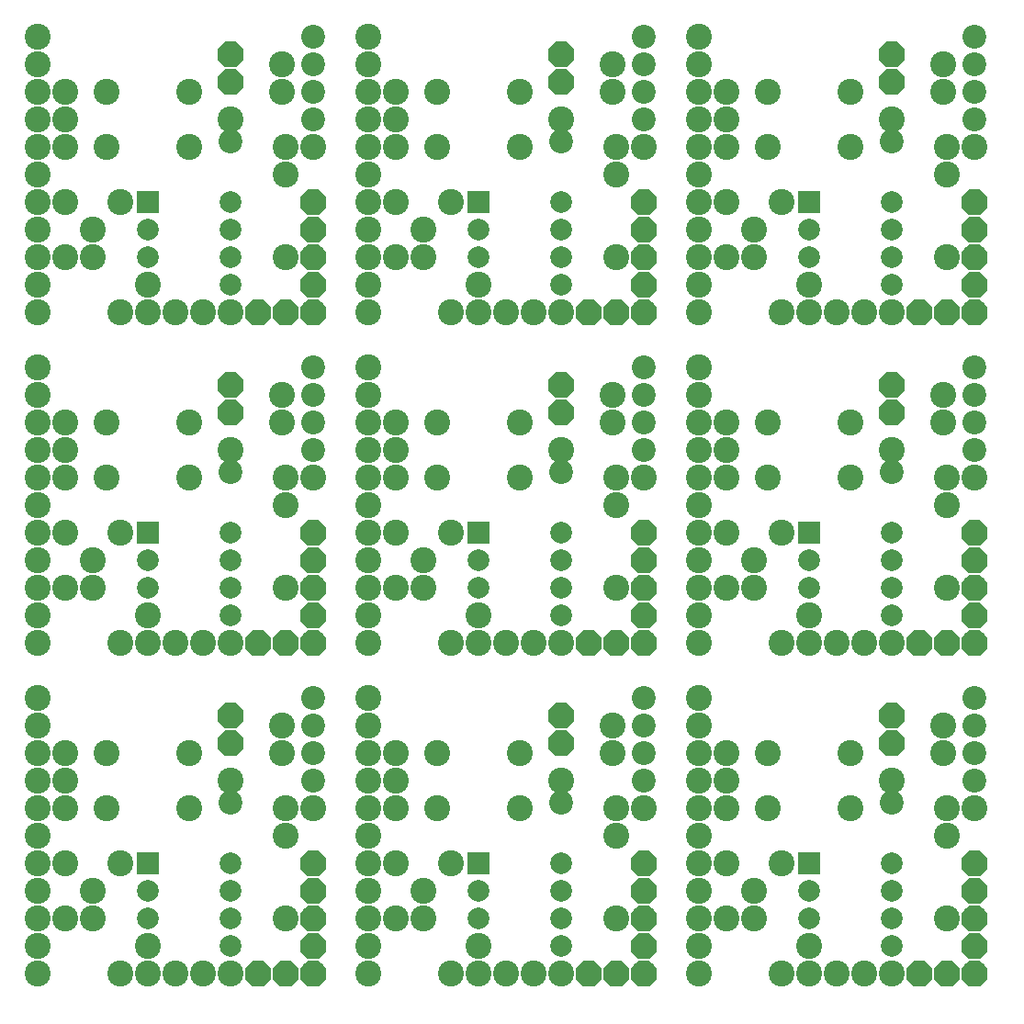
<source format=gbr>
%FSLAX34Y34*%
%MOMM*%
%LNSOLDERMASK_TOP*%
G71*
G01*
%ADD10C, 2.000*%
%ADD11C, 2.200*%
%ADD12C, 2.400*%
%ADD13C, 2.400*%
%LPD*%
G36*
X143350Y825975D02*
X143350Y805975D01*
X123350Y805975D01*
X123350Y825975D01*
X143350Y825975D01*
G37*
X133350Y790575D02*
G54D10*
D03*
X133350Y765175D02*
G54D10*
D03*
X133350Y739775D02*
G54D10*
D03*
X209550Y739775D02*
G54D10*
D03*
X209550Y765175D02*
G54D10*
D03*
X209550Y790575D02*
G54D10*
D03*
X209550Y815975D02*
G54D10*
D03*
X209550Y892175D02*
G54D11*
D03*
X209550Y872175D02*
G54D11*
D03*
X57150Y917575D02*
G54D12*
D03*
X57150Y892175D02*
G54D12*
D03*
X82550Y790575D02*
G54D12*
D03*
X107950Y815975D02*
G54D12*
D03*
X57150Y815975D02*
G54D12*
D03*
X95250Y866775D02*
G54D13*
D03*
X171450Y866775D02*
G54D13*
D03*
X95250Y917575D02*
G54D13*
D03*
X171450Y917575D02*
G54D13*
D03*
X31750Y714375D02*
G54D13*
D03*
X31750Y739775D02*
G54D13*
D03*
X31750Y815975D02*
G54D13*
D03*
X31750Y841375D02*
G54D13*
D03*
X31750Y892175D02*
G54D13*
D03*
X31750Y917575D02*
G54D13*
D03*
X31750Y942975D02*
G54D13*
D03*
X31750Y968375D02*
G54D13*
D03*
X184150Y714375D02*
G54D12*
D03*
X209550Y714375D02*
G54D12*
D03*
G36*
X222950Y719355D02*
X229970Y726375D01*
X239930Y726375D01*
X246950Y719355D01*
X246950Y709395D01*
X239930Y702375D01*
X229970Y702375D01*
X222950Y709395D01*
X222950Y719355D01*
G37*
G36*
X248350Y719355D02*
X255370Y726375D01*
X265330Y726375D01*
X272350Y719355D01*
X272350Y709395D01*
X265330Y702375D01*
X255370Y702375D01*
X248350Y709395D01*
X248350Y719355D01*
G37*
G36*
X273750Y719355D02*
X280770Y726375D01*
X290730Y726375D01*
X297750Y719355D01*
X297750Y709395D01*
X290730Y702375D01*
X280770Y702375D01*
X273750Y709395D01*
X273750Y719355D01*
G37*
G36*
X273750Y744755D02*
X280770Y751775D01*
X290730Y751775D01*
X297750Y744755D01*
X297750Y734795D01*
X290730Y727775D01*
X280770Y727775D01*
X273750Y734795D01*
X273750Y744755D01*
G37*
G36*
X273750Y770155D02*
X280770Y777175D01*
X290730Y777175D01*
X297750Y770155D01*
X297750Y760195D01*
X290730Y753175D01*
X280770Y753175D01*
X273750Y760195D01*
X273750Y770155D01*
G37*
G36*
X273750Y795555D02*
X280770Y802575D01*
X290730Y802575D01*
X297750Y795555D01*
X297750Y785595D01*
X290730Y778575D01*
X280770Y778575D01*
X273750Y785595D01*
X273750Y795555D01*
G37*
G36*
X273750Y820955D02*
X280770Y827975D01*
X290730Y827975D01*
X297750Y820955D01*
X297750Y810995D01*
X290730Y803975D01*
X280770Y803975D01*
X273750Y810995D01*
X273750Y820955D01*
G37*
X57150Y866775D02*
G54D12*
D03*
X31750Y866775D02*
G54D12*
D03*
X260350Y841375D02*
G54D12*
D03*
X260350Y765175D02*
G54D12*
D03*
X31750Y765175D02*
G54D13*
D03*
X31750Y714375D02*
G54D13*
D03*
X31750Y815975D02*
G54D13*
D03*
X31750Y917575D02*
G54D13*
D03*
X95250Y917575D02*
G54D13*
D03*
X171450Y917575D02*
G54D13*
D03*
X107950Y815975D02*
G54D13*
D03*
X57150Y917575D02*
G54D13*
D03*
X133350Y739775D02*
G54D13*
D03*
X285750Y714375D02*
G54D13*
D03*
X285750Y765175D02*
G54D13*
D03*
X209550Y892175D02*
G54D13*
D03*
X57150Y765175D02*
G54D12*
D03*
X82550Y765175D02*
G54D12*
D03*
X31750Y790575D02*
G54D13*
D03*
X133350Y714375D02*
G54D13*
D03*
X158750Y714375D02*
G54D13*
D03*
X107950Y714375D02*
G54D13*
D03*
G36*
X214530Y939100D02*
X221550Y932080D01*
X221550Y922120D01*
X214530Y915100D01*
X204570Y915100D01*
X197550Y922120D01*
X197550Y932080D01*
X204570Y939100D01*
X214530Y939100D01*
G37*
G36*
X214530Y964500D02*
X221550Y957480D01*
X221550Y947520D01*
X214530Y940500D01*
X204570Y940500D01*
X197550Y947520D01*
X197550Y957480D01*
X204570Y964500D01*
X214530Y964500D01*
G37*
X285750Y917575D02*
G54D11*
D03*
X285750Y892175D02*
G54D11*
D03*
X285750Y968375D02*
G54D11*
D03*
X285750Y942975D02*
G54D11*
D03*
X285750Y968375D02*
G54D11*
D03*
X257175Y917575D02*
G54D12*
D03*
X257175Y942975D02*
G54D12*
D03*
X285750Y917575D02*
G54D11*
D03*
X260350Y866775D02*
G54D12*
D03*
X285750Y866775D02*
G54D12*
D03*
G36*
X448150Y825975D02*
X448150Y805975D01*
X428150Y805975D01*
X428150Y825975D01*
X448150Y825975D01*
G37*
X438150Y790575D02*
G54D10*
D03*
X438150Y765175D02*
G54D10*
D03*
X438150Y739775D02*
G54D10*
D03*
X514350Y739775D02*
G54D10*
D03*
X514350Y765175D02*
G54D10*
D03*
X514350Y790575D02*
G54D10*
D03*
X514350Y815975D02*
G54D10*
D03*
X514350Y892175D02*
G54D11*
D03*
X514350Y872175D02*
G54D11*
D03*
X361950Y917575D02*
G54D12*
D03*
X361950Y892175D02*
G54D12*
D03*
X387350Y790575D02*
G54D12*
D03*
X412750Y815975D02*
G54D12*
D03*
X361950Y815975D02*
G54D12*
D03*
X400050Y866775D02*
G54D13*
D03*
X476250Y866775D02*
G54D13*
D03*
X400050Y917575D02*
G54D13*
D03*
X476250Y917575D02*
G54D13*
D03*
X336550Y714375D02*
G54D13*
D03*
X336550Y739775D02*
G54D13*
D03*
X336550Y815975D02*
G54D13*
D03*
X336550Y841375D02*
G54D13*
D03*
X336550Y892175D02*
G54D13*
D03*
X336550Y917575D02*
G54D13*
D03*
X336550Y942975D02*
G54D13*
D03*
X336550Y968375D02*
G54D13*
D03*
X488950Y714375D02*
G54D12*
D03*
X514350Y714375D02*
G54D12*
D03*
G36*
X527750Y719355D02*
X534770Y726375D01*
X544730Y726375D01*
X551750Y719355D01*
X551750Y709395D01*
X544730Y702375D01*
X534770Y702375D01*
X527750Y709395D01*
X527750Y719355D01*
G37*
G36*
X553150Y719355D02*
X560170Y726375D01*
X570130Y726375D01*
X577150Y719355D01*
X577150Y709395D01*
X570130Y702375D01*
X560170Y702375D01*
X553150Y709395D01*
X553150Y719355D01*
G37*
G36*
X578550Y719355D02*
X585570Y726375D01*
X595530Y726375D01*
X602550Y719355D01*
X602550Y709395D01*
X595530Y702375D01*
X585570Y702375D01*
X578550Y709395D01*
X578550Y719355D01*
G37*
G36*
X578550Y744755D02*
X585570Y751775D01*
X595530Y751775D01*
X602550Y744755D01*
X602550Y734795D01*
X595530Y727775D01*
X585570Y727775D01*
X578550Y734795D01*
X578550Y744755D01*
G37*
G36*
X578550Y770155D02*
X585570Y777175D01*
X595530Y777175D01*
X602550Y770155D01*
X602550Y760195D01*
X595530Y753175D01*
X585570Y753175D01*
X578550Y760195D01*
X578550Y770155D01*
G37*
G36*
X578550Y795555D02*
X585570Y802575D01*
X595530Y802575D01*
X602550Y795555D01*
X602550Y785595D01*
X595530Y778575D01*
X585570Y778575D01*
X578550Y785595D01*
X578550Y795555D01*
G37*
G36*
X578550Y820955D02*
X585570Y827975D01*
X595530Y827975D01*
X602550Y820955D01*
X602550Y810995D01*
X595530Y803975D01*
X585570Y803975D01*
X578550Y810995D01*
X578550Y820955D01*
G37*
X361950Y866775D02*
G54D12*
D03*
X336550Y866775D02*
G54D12*
D03*
X565150Y841375D02*
G54D12*
D03*
X565150Y765175D02*
G54D12*
D03*
X336550Y765175D02*
G54D13*
D03*
X336550Y714375D02*
G54D13*
D03*
X336550Y815975D02*
G54D13*
D03*
X336550Y917575D02*
G54D13*
D03*
X400050Y917575D02*
G54D13*
D03*
X476250Y917575D02*
G54D13*
D03*
X412750Y815975D02*
G54D13*
D03*
X361950Y917575D02*
G54D13*
D03*
X438150Y739775D02*
G54D13*
D03*
X590550Y714375D02*
G54D13*
D03*
X590550Y765175D02*
G54D13*
D03*
X514350Y892175D02*
G54D13*
D03*
X361950Y765175D02*
G54D12*
D03*
X387350Y765175D02*
G54D12*
D03*
X336550Y790575D02*
G54D13*
D03*
X438150Y714375D02*
G54D13*
D03*
X463550Y714375D02*
G54D13*
D03*
X412750Y714375D02*
G54D13*
D03*
G36*
X519330Y939100D02*
X526350Y932080D01*
X526350Y922120D01*
X519330Y915100D01*
X509370Y915100D01*
X502350Y922120D01*
X502350Y932080D01*
X509370Y939100D01*
X519330Y939100D01*
G37*
G36*
X519330Y964500D02*
X526350Y957480D01*
X526350Y947520D01*
X519330Y940500D01*
X509370Y940500D01*
X502350Y947520D01*
X502350Y957480D01*
X509370Y964500D01*
X519330Y964500D01*
G37*
X590550Y917575D02*
G54D11*
D03*
X590550Y892175D02*
G54D11*
D03*
X590550Y968375D02*
G54D11*
D03*
X590550Y942975D02*
G54D11*
D03*
X590550Y968375D02*
G54D11*
D03*
X561975Y917575D02*
G54D12*
D03*
X561975Y942975D02*
G54D12*
D03*
X590550Y917575D02*
G54D11*
D03*
X565150Y866775D02*
G54D12*
D03*
X590550Y866775D02*
G54D12*
D03*
G36*
X752950Y825975D02*
X752950Y805975D01*
X732950Y805975D01*
X732950Y825975D01*
X752950Y825975D01*
G37*
X742950Y790575D02*
G54D10*
D03*
X742950Y765175D02*
G54D10*
D03*
X742950Y739775D02*
G54D10*
D03*
X819150Y739775D02*
G54D10*
D03*
X819150Y765175D02*
G54D10*
D03*
X819150Y790575D02*
G54D10*
D03*
X819150Y815975D02*
G54D10*
D03*
X819150Y892175D02*
G54D11*
D03*
X819150Y872175D02*
G54D11*
D03*
X666750Y917575D02*
G54D12*
D03*
X666750Y892175D02*
G54D12*
D03*
X692150Y790575D02*
G54D12*
D03*
X717550Y815975D02*
G54D12*
D03*
X666750Y815975D02*
G54D12*
D03*
X704850Y866775D02*
G54D13*
D03*
X781050Y866775D02*
G54D13*
D03*
X704850Y917575D02*
G54D13*
D03*
X781050Y917575D02*
G54D13*
D03*
X641350Y714375D02*
G54D13*
D03*
X641350Y739775D02*
G54D13*
D03*
X641350Y815975D02*
G54D13*
D03*
X641350Y841375D02*
G54D13*
D03*
X641350Y892175D02*
G54D13*
D03*
X641350Y917575D02*
G54D13*
D03*
X641350Y942975D02*
G54D13*
D03*
X641350Y968375D02*
G54D13*
D03*
X793750Y714375D02*
G54D12*
D03*
X819150Y714375D02*
G54D12*
D03*
G36*
X832550Y719355D02*
X839570Y726375D01*
X849530Y726375D01*
X856550Y719355D01*
X856550Y709395D01*
X849530Y702375D01*
X839570Y702375D01*
X832550Y709395D01*
X832550Y719355D01*
G37*
G36*
X857950Y719355D02*
X864970Y726375D01*
X874930Y726375D01*
X881950Y719355D01*
X881950Y709395D01*
X874930Y702375D01*
X864970Y702375D01*
X857950Y709395D01*
X857950Y719355D01*
G37*
G36*
X883350Y719355D02*
X890370Y726375D01*
X900330Y726375D01*
X907350Y719355D01*
X907350Y709395D01*
X900330Y702375D01*
X890370Y702375D01*
X883350Y709395D01*
X883350Y719355D01*
G37*
G36*
X883350Y744755D02*
X890370Y751775D01*
X900330Y751775D01*
X907350Y744755D01*
X907350Y734795D01*
X900330Y727775D01*
X890370Y727775D01*
X883350Y734795D01*
X883350Y744755D01*
G37*
G36*
X883350Y770155D02*
X890370Y777175D01*
X900330Y777175D01*
X907350Y770155D01*
X907350Y760195D01*
X900330Y753175D01*
X890370Y753175D01*
X883350Y760195D01*
X883350Y770155D01*
G37*
G36*
X883350Y795555D02*
X890370Y802575D01*
X900330Y802575D01*
X907350Y795555D01*
X907350Y785595D01*
X900330Y778575D01*
X890370Y778575D01*
X883350Y785595D01*
X883350Y795555D01*
G37*
G36*
X883350Y820955D02*
X890370Y827975D01*
X900330Y827975D01*
X907350Y820955D01*
X907350Y810995D01*
X900330Y803975D01*
X890370Y803975D01*
X883350Y810995D01*
X883350Y820955D01*
G37*
X666750Y866775D02*
G54D12*
D03*
X641350Y866775D02*
G54D12*
D03*
X869950Y841375D02*
G54D12*
D03*
X869950Y765175D02*
G54D12*
D03*
X641350Y765175D02*
G54D13*
D03*
X641350Y714375D02*
G54D13*
D03*
X641350Y815975D02*
G54D13*
D03*
X641350Y917575D02*
G54D13*
D03*
X704850Y917575D02*
G54D13*
D03*
X781050Y917575D02*
G54D13*
D03*
X717550Y815975D02*
G54D13*
D03*
X666750Y917575D02*
G54D13*
D03*
X742950Y739775D02*
G54D13*
D03*
X895350Y714375D02*
G54D13*
D03*
X895350Y765175D02*
G54D13*
D03*
X819150Y892175D02*
G54D13*
D03*
X666750Y765175D02*
G54D12*
D03*
X692150Y765175D02*
G54D12*
D03*
X641350Y790575D02*
G54D13*
D03*
X742950Y714375D02*
G54D13*
D03*
X768350Y714375D02*
G54D13*
D03*
X717550Y714375D02*
G54D13*
D03*
G36*
X824130Y939100D02*
X831150Y932080D01*
X831150Y922120D01*
X824130Y915100D01*
X814170Y915100D01*
X807150Y922120D01*
X807150Y932080D01*
X814170Y939100D01*
X824130Y939100D01*
G37*
G36*
X824130Y964500D02*
X831150Y957480D01*
X831150Y947520D01*
X824130Y940500D01*
X814170Y940500D01*
X807150Y947520D01*
X807150Y957480D01*
X814170Y964500D01*
X824130Y964500D01*
G37*
X895350Y917575D02*
G54D11*
D03*
X895350Y892175D02*
G54D11*
D03*
X895350Y968375D02*
G54D11*
D03*
X895350Y942975D02*
G54D11*
D03*
X895350Y968375D02*
G54D11*
D03*
X866775Y917575D02*
G54D12*
D03*
X866775Y942975D02*
G54D12*
D03*
X895350Y917575D02*
G54D11*
D03*
X869950Y866775D02*
G54D12*
D03*
X895350Y866775D02*
G54D12*
D03*
G36*
X143350Y521175D02*
X143350Y501175D01*
X123350Y501175D01*
X123350Y521175D01*
X143350Y521175D01*
G37*
X133350Y485775D02*
G54D10*
D03*
X133350Y460375D02*
G54D10*
D03*
X133350Y434975D02*
G54D10*
D03*
X209550Y434975D02*
G54D10*
D03*
X209550Y460375D02*
G54D10*
D03*
X209550Y485775D02*
G54D10*
D03*
X209550Y511175D02*
G54D10*
D03*
X209550Y587375D02*
G54D11*
D03*
X209550Y567375D02*
G54D11*
D03*
X57150Y612775D02*
G54D12*
D03*
X57150Y587375D02*
G54D12*
D03*
X82550Y485775D02*
G54D12*
D03*
X107950Y511175D02*
G54D12*
D03*
X57150Y511175D02*
G54D12*
D03*
X95250Y561975D02*
G54D13*
D03*
X171450Y561975D02*
G54D13*
D03*
X95250Y612775D02*
G54D13*
D03*
X171450Y612775D02*
G54D13*
D03*
X31750Y409575D02*
G54D13*
D03*
X31750Y434975D02*
G54D13*
D03*
X31750Y511175D02*
G54D13*
D03*
X31750Y536575D02*
G54D13*
D03*
X31750Y587375D02*
G54D13*
D03*
X31750Y612775D02*
G54D13*
D03*
X31750Y638175D02*
G54D13*
D03*
X31750Y663575D02*
G54D13*
D03*
X184150Y409575D02*
G54D12*
D03*
X209550Y409575D02*
G54D12*
D03*
G36*
X222950Y414555D02*
X229970Y421575D01*
X239930Y421575D01*
X246950Y414555D01*
X246950Y404595D01*
X239930Y397575D01*
X229970Y397575D01*
X222950Y404595D01*
X222950Y414555D01*
G37*
G36*
X248350Y414555D02*
X255370Y421575D01*
X265330Y421575D01*
X272350Y414555D01*
X272350Y404595D01*
X265330Y397575D01*
X255370Y397575D01*
X248350Y404595D01*
X248350Y414555D01*
G37*
G36*
X273750Y414555D02*
X280770Y421575D01*
X290730Y421575D01*
X297750Y414555D01*
X297750Y404595D01*
X290730Y397575D01*
X280770Y397575D01*
X273750Y404595D01*
X273750Y414555D01*
G37*
G36*
X273750Y439955D02*
X280770Y446975D01*
X290730Y446975D01*
X297750Y439955D01*
X297750Y429995D01*
X290730Y422975D01*
X280770Y422975D01*
X273750Y429995D01*
X273750Y439955D01*
G37*
G36*
X273750Y465355D02*
X280770Y472375D01*
X290730Y472375D01*
X297750Y465355D01*
X297750Y455395D01*
X290730Y448375D01*
X280770Y448375D01*
X273750Y455395D01*
X273750Y465355D01*
G37*
G36*
X273750Y490755D02*
X280770Y497775D01*
X290730Y497775D01*
X297750Y490755D01*
X297750Y480795D01*
X290730Y473775D01*
X280770Y473775D01*
X273750Y480795D01*
X273750Y490755D01*
G37*
G36*
X273750Y516155D02*
X280770Y523175D01*
X290730Y523175D01*
X297750Y516155D01*
X297750Y506195D01*
X290730Y499175D01*
X280770Y499175D01*
X273750Y506195D01*
X273750Y516155D01*
G37*
X57150Y561975D02*
G54D12*
D03*
X31750Y561975D02*
G54D12*
D03*
X260350Y536575D02*
G54D12*
D03*
X260350Y460375D02*
G54D12*
D03*
X31750Y460375D02*
G54D13*
D03*
X31750Y409575D02*
G54D13*
D03*
X31750Y511175D02*
G54D13*
D03*
X31750Y612775D02*
G54D13*
D03*
X95250Y612775D02*
G54D13*
D03*
X171450Y612775D02*
G54D13*
D03*
X107950Y511175D02*
G54D13*
D03*
X57150Y612775D02*
G54D13*
D03*
X133350Y434975D02*
G54D13*
D03*
X285750Y409575D02*
G54D13*
D03*
X285750Y460375D02*
G54D13*
D03*
X209550Y587375D02*
G54D13*
D03*
X57150Y460375D02*
G54D12*
D03*
X82550Y460375D02*
G54D12*
D03*
X31750Y485775D02*
G54D13*
D03*
X133350Y409575D02*
G54D13*
D03*
X158750Y409575D02*
G54D13*
D03*
X107950Y409575D02*
G54D13*
D03*
G36*
X214530Y634300D02*
X221550Y627280D01*
X221550Y617320D01*
X214530Y610300D01*
X204570Y610300D01*
X197550Y617320D01*
X197550Y627280D01*
X204570Y634300D01*
X214530Y634300D01*
G37*
G36*
X214530Y659700D02*
X221550Y652680D01*
X221550Y642720D01*
X214530Y635700D01*
X204570Y635700D01*
X197550Y642720D01*
X197550Y652680D01*
X204570Y659700D01*
X214530Y659700D01*
G37*
X285750Y612775D02*
G54D11*
D03*
X285750Y587375D02*
G54D11*
D03*
X285750Y663575D02*
G54D11*
D03*
X285750Y638175D02*
G54D11*
D03*
X285750Y663575D02*
G54D11*
D03*
X257175Y612775D02*
G54D12*
D03*
X257175Y638175D02*
G54D12*
D03*
X285750Y612775D02*
G54D11*
D03*
X260350Y561975D02*
G54D12*
D03*
X285750Y561975D02*
G54D12*
D03*
G36*
X448150Y521175D02*
X448150Y501175D01*
X428150Y501175D01*
X428150Y521175D01*
X448150Y521175D01*
G37*
X438150Y485775D02*
G54D10*
D03*
X438150Y460375D02*
G54D10*
D03*
X438150Y434975D02*
G54D10*
D03*
X514350Y434975D02*
G54D10*
D03*
X514350Y460375D02*
G54D10*
D03*
X514350Y485775D02*
G54D10*
D03*
X514350Y511175D02*
G54D10*
D03*
X514350Y587375D02*
G54D11*
D03*
X514350Y567375D02*
G54D11*
D03*
X361950Y612775D02*
G54D12*
D03*
X361950Y587375D02*
G54D12*
D03*
X387350Y485775D02*
G54D12*
D03*
X412750Y511175D02*
G54D12*
D03*
X361950Y511175D02*
G54D12*
D03*
X400050Y561975D02*
G54D13*
D03*
X476250Y561975D02*
G54D13*
D03*
X400050Y612775D02*
G54D13*
D03*
X476250Y612775D02*
G54D13*
D03*
X336550Y409575D02*
G54D13*
D03*
X336550Y434975D02*
G54D13*
D03*
X336550Y511175D02*
G54D13*
D03*
X336550Y536575D02*
G54D13*
D03*
X336550Y587375D02*
G54D13*
D03*
X336550Y612775D02*
G54D13*
D03*
X336550Y638175D02*
G54D13*
D03*
X336550Y663575D02*
G54D13*
D03*
X488950Y409575D02*
G54D12*
D03*
X514350Y409575D02*
G54D12*
D03*
G36*
X527750Y414555D02*
X534770Y421575D01*
X544730Y421575D01*
X551750Y414555D01*
X551750Y404595D01*
X544730Y397575D01*
X534770Y397575D01*
X527750Y404595D01*
X527750Y414555D01*
G37*
G36*
X553150Y414555D02*
X560170Y421575D01*
X570130Y421575D01*
X577150Y414555D01*
X577150Y404595D01*
X570130Y397575D01*
X560170Y397575D01*
X553150Y404595D01*
X553150Y414555D01*
G37*
G36*
X578550Y414555D02*
X585570Y421575D01*
X595530Y421575D01*
X602550Y414555D01*
X602550Y404595D01*
X595530Y397575D01*
X585570Y397575D01*
X578550Y404595D01*
X578550Y414555D01*
G37*
G36*
X578550Y439955D02*
X585570Y446975D01*
X595530Y446975D01*
X602550Y439955D01*
X602550Y429995D01*
X595530Y422975D01*
X585570Y422975D01*
X578550Y429995D01*
X578550Y439955D01*
G37*
G36*
X578550Y465355D02*
X585570Y472375D01*
X595530Y472375D01*
X602550Y465355D01*
X602550Y455395D01*
X595530Y448375D01*
X585570Y448375D01*
X578550Y455395D01*
X578550Y465355D01*
G37*
G36*
X578550Y490755D02*
X585570Y497775D01*
X595530Y497775D01*
X602550Y490755D01*
X602550Y480795D01*
X595530Y473775D01*
X585570Y473775D01*
X578550Y480795D01*
X578550Y490755D01*
G37*
G36*
X578550Y516155D02*
X585570Y523175D01*
X595530Y523175D01*
X602550Y516155D01*
X602550Y506195D01*
X595530Y499175D01*
X585570Y499175D01*
X578550Y506195D01*
X578550Y516155D01*
G37*
X361950Y561975D02*
G54D12*
D03*
X336550Y561975D02*
G54D12*
D03*
X565150Y536575D02*
G54D12*
D03*
X565150Y460375D02*
G54D12*
D03*
X336550Y460375D02*
G54D13*
D03*
X336550Y409575D02*
G54D13*
D03*
X336550Y511175D02*
G54D13*
D03*
X336550Y612775D02*
G54D13*
D03*
X400050Y612775D02*
G54D13*
D03*
X476250Y612775D02*
G54D13*
D03*
X412750Y511175D02*
G54D13*
D03*
X361950Y612775D02*
G54D13*
D03*
X438150Y434975D02*
G54D13*
D03*
X590550Y409575D02*
G54D13*
D03*
X590550Y460375D02*
G54D13*
D03*
X514350Y587375D02*
G54D13*
D03*
X361950Y460375D02*
G54D12*
D03*
X387350Y460375D02*
G54D12*
D03*
X336550Y485775D02*
G54D13*
D03*
X438150Y409575D02*
G54D13*
D03*
X463550Y409575D02*
G54D13*
D03*
X412750Y409575D02*
G54D13*
D03*
G36*
X519330Y634300D02*
X526350Y627280D01*
X526350Y617320D01*
X519330Y610300D01*
X509370Y610300D01*
X502350Y617320D01*
X502350Y627280D01*
X509370Y634300D01*
X519330Y634300D01*
G37*
G36*
X519330Y659700D02*
X526350Y652680D01*
X526350Y642720D01*
X519330Y635700D01*
X509370Y635700D01*
X502350Y642720D01*
X502350Y652680D01*
X509370Y659700D01*
X519330Y659700D01*
G37*
X590550Y612775D02*
G54D11*
D03*
X590550Y587375D02*
G54D11*
D03*
X590550Y663575D02*
G54D11*
D03*
X590550Y638175D02*
G54D11*
D03*
X590550Y663575D02*
G54D11*
D03*
X561975Y612775D02*
G54D12*
D03*
X561975Y638175D02*
G54D12*
D03*
X590550Y612775D02*
G54D11*
D03*
X565150Y561975D02*
G54D12*
D03*
X590550Y561975D02*
G54D12*
D03*
G36*
X752950Y521175D02*
X752950Y501175D01*
X732950Y501175D01*
X732950Y521175D01*
X752950Y521175D01*
G37*
X742950Y485775D02*
G54D10*
D03*
X742950Y460375D02*
G54D10*
D03*
X742950Y434975D02*
G54D10*
D03*
X819150Y434975D02*
G54D10*
D03*
X819150Y460375D02*
G54D10*
D03*
X819150Y485775D02*
G54D10*
D03*
X819150Y511175D02*
G54D10*
D03*
X819150Y587375D02*
G54D11*
D03*
X819150Y567375D02*
G54D11*
D03*
X666750Y612775D02*
G54D12*
D03*
X666750Y587375D02*
G54D12*
D03*
X692150Y485775D02*
G54D12*
D03*
X717550Y511175D02*
G54D12*
D03*
X666750Y511175D02*
G54D12*
D03*
X704850Y561975D02*
G54D13*
D03*
X781050Y561975D02*
G54D13*
D03*
X704850Y612775D02*
G54D13*
D03*
X781050Y612775D02*
G54D13*
D03*
X641350Y409575D02*
G54D13*
D03*
X641350Y434975D02*
G54D13*
D03*
X641350Y511175D02*
G54D13*
D03*
X641350Y536575D02*
G54D13*
D03*
X641350Y587375D02*
G54D13*
D03*
X641350Y612775D02*
G54D13*
D03*
X641350Y638175D02*
G54D13*
D03*
X641350Y663575D02*
G54D13*
D03*
X793750Y409575D02*
G54D12*
D03*
X819150Y409575D02*
G54D12*
D03*
G36*
X832550Y414555D02*
X839570Y421575D01*
X849530Y421575D01*
X856550Y414555D01*
X856550Y404595D01*
X849530Y397575D01*
X839570Y397575D01*
X832550Y404595D01*
X832550Y414555D01*
G37*
G36*
X857950Y414555D02*
X864970Y421575D01*
X874930Y421575D01*
X881950Y414555D01*
X881950Y404595D01*
X874930Y397575D01*
X864970Y397575D01*
X857950Y404595D01*
X857950Y414555D01*
G37*
G36*
X883350Y414555D02*
X890370Y421575D01*
X900330Y421575D01*
X907350Y414555D01*
X907350Y404595D01*
X900330Y397575D01*
X890370Y397575D01*
X883350Y404595D01*
X883350Y414555D01*
G37*
G36*
X883350Y439955D02*
X890370Y446975D01*
X900330Y446975D01*
X907350Y439955D01*
X907350Y429995D01*
X900330Y422975D01*
X890370Y422975D01*
X883350Y429995D01*
X883350Y439955D01*
G37*
G36*
X883350Y465355D02*
X890370Y472375D01*
X900330Y472375D01*
X907350Y465355D01*
X907350Y455395D01*
X900330Y448375D01*
X890370Y448375D01*
X883350Y455395D01*
X883350Y465355D01*
G37*
G36*
X883350Y490755D02*
X890370Y497775D01*
X900330Y497775D01*
X907350Y490755D01*
X907350Y480795D01*
X900330Y473775D01*
X890370Y473775D01*
X883350Y480795D01*
X883350Y490755D01*
G37*
G36*
X883350Y516155D02*
X890370Y523175D01*
X900330Y523175D01*
X907350Y516155D01*
X907350Y506195D01*
X900330Y499175D01*
X890370Y499175D01*
X883350Y506195D01*
X883350Y516155D01*
G37*
X666750Y561975D02*
G54D12*
D03*
X641350Y561975D02*
G54D12*
D03*
X869950Y536575D02*
G54D12*
D03*
X869950Y460375D02*
G54D12*
D03*
X641350Y460375D02*
G54D13*
D03*
X641350Y409575D02*
G54D13*
D03*
X641350Y511175D02*
G54D13*
D03*
X641350Y612775D02*
G54D13*
D03*
X704850Y612775D02*
G54D13*
D03*
X781050Y612775D02*
G54D13*
D03*
X717550Y511175D02*
G54D13*
D03*
X666750Y612775D02*
G54D13*
D03*
X742950Y434975D02*
G54D13*
D03*
X895350Y409575D02*
G54D13*
D03*
X895350Y460375D02*
G54D13*
D03*
X819150Y587375D02*
G54D13*
D03*
X666750Y460375D02*
G54D12*
D03*
X692150Y460375D02*
G54D12*
D03*
X641350Y485775D02*
G54D13*
D03*
X742950Y409575D02*
G54D13*
D03*
X768350Y409575D02*
G54D13*
D03*
X717550Y409575D02*
G54D13*
D03*
G36*
X824130Y634300D02*
X831150Y627280D01*
X831150Y617320D01*
X824130Y610300D01*
X814170Y610300D01*
X807150Y617320D01*
X807150Y627280D01*
X814170Y634300D01*
X824130Y634300D01*
G37*
G36*
X824130Y659700D02*
X831150Y652680D01*
X831150Y642720D01*
X824130Y635700D01*
X814170Y635700D01*
X807150Y642720D01*
X807150Y652680D01*
X814170Y659700D01*
X824130Y659700D01*
G37*
X895350Y612775D02*
G54D11*
D03*
X895350Y587375D02*
G54D11*
D03*
X895350Y663575D02*
G54D11*
D03*
X895350Y638175D02*
G54D11*
D03*
X895350Y663575D02*
G54D11*
D03*
X866775Y612775D02*
G54D12*
D03*
X866775Y638175D02*
G54D12*
D03*
X895350Y612775D02*
G54D11*
D03*
X869950Y561975D02*
G54D12*
D03*
X895350Y561975D02*
G54D12*
D03*
G36*
X143350Y216375D02*
X143350Y196375D01*
X123350Y196375D01*
X123350Y216375D01*
X143350Y216375D01*
G37*
X133350Y180975D02*
G54D10*
D03*
X133350Y155575D02*
G54D10*
D03*
X133350Y130175D02*
G54D10*
D03*
X209550Y130175D02*
G54D10*
D03*
X209550Y155575D02*
G54D10*
D03*
X209550Y180975D02*
G54D10*
D03*
X209550Y206375D02*
G54D10*
D03*
X209550Y282575D02*
G54D11*
D03*
X209550Y262575D02*
G54D11*
D03*
X57150Y307975D02*
G54D12*
D03*
X57150Y282575D02*
G54D12*
D03*
X82550Y180975D02*
G54D12*
D03*
X107950Y206375D02*
G54D12*
D03*
X57150Y206375D02*
G54D12*
D03*
X95250Y257175D02*
G54D13*
D03*
X171450Y257175D02*
G54D13*
D03*
X95250Y307975D02*
G54D13*
D03*
X171450Y307975D02*
G54D13*
D03*
X31750Y104775D02*
G54D13*
D03*
X31750Y130175D02*
G54D13*
D03*
X31750Y206375D02*
G54D13*
D03*
X31750Y231775D02*
G54D13*
D03*
X31750Y282575D02*
G54D13*
D03*
X31750Y307975D02*
G54D13*
D03*
X31750Y333375D02*
G54D13*
D03*
X31750Y358775D02*
G54D13*
D03*
X184150Y104775D02*
G54D12*
D03*
X209550Y104775D02*
G54D12*
D03*
G36*
X222950Y109755D02*
X229970Y116775D01*
X239930Y116775D01*
X246950Y109755D01*
X246950Y99795D01*
X239930Y92775D01*
X229970Y92775D01*
X222950Y99795D01*
X222950Y109755D01*
G37*
G36*
X248350Y109755D02*
X255370Y116775D01*
X265330Y116775D01*
X272350Y109755D01*
X272350Y99795D01*
X265330Y92775D01*
X255370Y92775D01*
X248350Y99795D01*
X248350Y109755D01*
G37*
G36*
X273750Y109755D02*
X280770Y116775D01*
X290730Y116775D01*
X297750Y109755D01*
X297750Y99795D01*
X290730Y92775D01*
X280770Y92775D01*
X273750Y99795D01*
X273750Y109755D01*
G37*
G36*
X273750Y135155D02*
X280770Y142175D01*
X290730Y142175D01*
X297750Y135155D01*
X297750Y125195D01*
X290730Y118175D01*
X280770Y118175D01*
X273750Y125195D01*
X273750Y135155D01*
G37*
G36*
X273750Y160555D02*
X280770Y167575D01*
X290730Y167575D01*
X297750Y160555D01*
X297750Y150595D01*
X290730Y143575D01*
X280770Y143575D01*
X273750Y150595D01*
X273750Y160555D01*
G37*
G36*
X273750Y185955D02*
X280770Y192975D01*
X290730Y192975D01*
X297750Y185955D01*
X297750Y175995D01*
X290730Y168975D01*
X280770Y168975D01*
X273750Y175995D01*
X273750Y185955D01*
G37*
G36*
X273750Y211355D02*
X280770Y218375D01*
X290730Y218375D01*
X297750Y211355D01*
X297750Y201395D01*
X290730Y194375D01*
X280770Y194375D01*
X273750Y201395D01*
X273750Y211355D01*
G37*
X57150Y257175D02*
G54D12*
D03*
X31750Y257175D02*
G54D12*
D03*
X260350Y231775D02*
G54D12*
D03*
X260350Y155575D02*
G54D12*
D03*
X31750Y155575D02*
G54D13*
D03*
X31750Y104775D02*
G54D13*
D03*
X31750Y206375D02*
G54D13*
D03*
X31750Y307975D02*
G54D13*
D03*
X95250Y307975D02*
G54D13*
D03*
X171450Y307975D02*
G54D13*
D03*
X107950Y206375D02*
G54D13*
D03*
X57150Y307975D02*
G54D13*
D03*
X133350Y130175D02*
G54D13*
D03*
X285750Y104775D02*
G54D13*
D03*
X285750Y155575D02*
G54D13*
D03*
X209550Y282575D02*
G54D13*
D03*
X57150Y155575D02*
G54D12*
D03*
X82550Y155575D02*
G54D12*
D03*
X31750Y180975D02*
G54D13*
D03*
X133350Y104775D02*
G54D13*
D03*
X158750Y104775D02*
G54D13*
D03*
X107950Y104775D02*
G54D13*
D03*
G36*
X214530Y329500D02*
X221550Y322480D01*
X221550Y312520D01*
X214530Y305500D01*
X204570Y305500D01*
X197550Y312520D01*
X197550Y322480D01*
X204570Y329500D01*
X214530Y329500D01*
G37*
G36*
X214530Y354900D02*
X221550Y347880D01*
X221550Y337920D01*
X214530Y330900D01*
X204570Y330900D01*
X197550Y337920D01*
X197550Y347880D01*
X204570Y354900D01*
X214530Y354900D01*
G37*
X285750Y307975D02*
G54D11*
D03*
X285750Y282575D02*
G54D11*
D03*
X285750Y358775D02*
G54D11*
D03*
X285750Y333375D02*
G54D11*
D03*
X285750Y358775D02*
G54D11*
D03*
X257175Y307975D02*
G54D12*
D03*
X257175Y333375D02*
G54D12*
D03*
X285750Y307975D02*
G54D11*
D03*
X260350Y257175D02*
G54D12*
D03*
X285750Y257175D02*
G54D12*
D03*
G36*
X448150Y216375D02*
X448150Y196375D01*
X428150Y196375D01*
X428150Y216375D01*
X448150Y216375D01*
G37*
X438150Y180975D02*
G54D10*
D03*
X438150Y155575D02*
G54D10*
D03*
X438150Y130175D02*
G54D10*
D03*
X514350Y130175D02*
G54D10*
D03*
X514350Y155575D02*
G54D10*
D03*
X514350Y180975D02*
G54D10*
D03*
X514350Y206375D02*
G54D10*
D03*
X514350Y282575D02*
G54D11*
D03*
X514350Y262575D02*
G54D11*
D03*
X361950Y307975D02*
G54D12*
D03*
X361950Y282575D02*
G54D12*
D03*
X387350Y180975D02*
G54D12*
D03*
X412750Y206375D02*
G54D12*
D03*
X361950Y206375D02*
G54D12*
D03*
X400050Y257175D02*
G54D13*
D03*
X476250Y257175D02*
G54D13*
D03*
X400050Y307975D02*
G54D13*
D03*
X476250Y307975D02*
G54D13*
D03*
X336550Y104775D02*
G54D13*
D03*
X336550Y130175D02*
G54D13*
D03*
X336550Y206375D02*
G54D13*
D03*
X336550Y231775D02*
G54D13*
D03*
X336550Y282575D02*
G54D13*
D03*
X336550Y307975D02*
G54D13*
D03*
X336550Y333375D02*
G54D13*
D03*
X336550Y358775D02*
G54D13*
D03*
X488950Y104775D02*
G54D12*
D03*
X514350Y104775D02*
G54D12*
D03*
G36*
X527750Y109755D02*
X534770Y116775D01*
X544730Y116775D01*
X551750Y109755D01*
X551750Y99795D01*
X544730Y92775D01*
X534770Y92775D01*
X527750Y99795D01*
X527750Y109755D01*
G37*
G36*
X553150Y109755D02*
X560170Y116775D01*
X570130Y116775D01*
X577150Y109755D01*
X577150Y99795D01*
X570130Y92775D01*
X560170Y92775D01*
X553150Y99795D01*
X553150Y109755D01*
G37*
G36*
X578550Y109755D02*
X585570Y116775D01*
X595530Y116775D01*
X602550Y109755D01*
X602550Y99795D01*
X595530Y92775D01*
X585570Y92775D01*
X578550Y99795D01*
X578550Y109755D01*
G37*
G36*
X578550Y135155D02*
X585570Y142175D01*
X595530Y142175D01*
X602550Y135155D01*
X602550Y125195D01*
X595530Y118175D01*
X585570Y118175D01*
X578550Y125195D01*
X578550Y135155D01*
G37*
G36*
X578550Y160555D02*
X585570Y167575D01*
X595530Y167575D01*
X602550Y160555D01*
X602550Y150595D01*
X595530Y143575D01*
X585570Y143575D01*
X578550Y150595D01*
X578550Y160555D01*
G37*
G36*
X578550Y185955D02*
X585570Y192975D01*
X595530Y192975D01*
X602550Y185955D01*
X602550Y175995D01*
X595530Y168975D01*
X585570Y168975D01*
X578550Y175995D01*
X578550Y185955D01*
G37*
G36*
X578550Y211355D02*
X585570Y218375D01*
X595530Y218375D01*
X602550Y211355D01*
X602550Y201395D01*
X595530Y194375D01*
X585570Y194375D01*
X578550Y201395D01*
X578550Y211355D01*
G37*
X361950Y257175D02*
G54D12*
D03*
X336550Y257175D02*
G54D12*
D03*
X565150Y231775D02*
G54D12*
D03*
X565150Y155575D02*
G54D12*
D03*
X336550Y155575D02*
G54D13*
D03*
X336550Y104775D02*
G54D13*
D03*
X336550Y206375D02*
G54D13*
D03*
X336550Y307975D02*
G54D13*
D03*
X400050Y307975D02*
G54D13*
D03*
X476250Y307975D02*
G54D13*
D03*
X412750Y206375D02*
G54D13*
D03*
X361950Y307975D02*
G54D13*
D03*
X438150Y130175D02*
G54D13*
D03*
X590550Y104775D02*
G54D13*
D03*
X590550Y155575D02*
G54D13*
D03*
X514350Y282575D02*
G54D13*
D03*
X361950Y155575D02*
G54D12*
D03*
X387350Y155575D02*
G54D12*
D03*
X336550Y180975D02*
G54D13*
D03*
X438150Y104775D02*
G54D13*
D03*
X463550Y104775D02*
G54D13*
D03*
X412750Y104775D02*
G54D13*
D03*
G36*
X519330Y329500D02*
X526350Y322480D01*
X526350Y312520D01*
X519330Y305500D01*
X509370Y305500D01*
X502350Y312520D01*
X502350Y322480D01*
X509370Y329500D01*
X519330Y329500D01*
G37*
G36*
X519330Y354900D02*
X526350Y347880D01*
X526350Y337920D01*
X519330Y330900D01*
X509370Y330900D01*
X502350Y337920D01*
X502350Y347880D01*
X509370Y354900D01*
X519330Y354900D01*
G37*
X590550Y307975D02*
G54D11*
D03*
X590550Y282575D02*
G54D11*
D03*
X590550Y358775D02*
G54D11*
D03*
X590550Y333375D02*
G54D11*
D03*
X590550Y358775D02*
G54D11*
D03*
X561975Y307975D02*
G54D12*
D03*
X561975Y333375D02*
G54D12*
D03*
X590550Y307975D02*
G54D11*
D03*
X565150Y257175D02*
G54D12*
D03*
X590550Y257175D02*
G54D12*
D03*
G36*
X752950Y216375D02*
X752950Y196375D01*
X732950Y196375D01*
X732950Y216375D01*
X752950Y216375D01*
G37*
X742950Y180975D02*
G54D10*
D03*
X742950Y155575D02*
G54D10*
D03*
X742950Y130175D02*
G54D10*
D03*
X819150Y130175D02*
G54D10*
D03*
X819150Y155575D02*
G54D10*
D03*
X819150Y180975D02*
G54D10*
D03*
X819150Y206375D02*
G54D10*
D03*
X819150Y282575D02*
G54D11*
D03*
X819150Y262575D02*
G54D11*
D03*
X666750Y307975D02*
G54D12*
D03*
X666750Y282575D02*
G54D12*
D03*
X692150Y180975D02*
G54D12*
D03*
X717550Y206375D02*
G54D12*
D03*
X666750Y206375D02*
G54D12*
D03*
X704850Y257175D02*
G54D13*
D03*
X781050Y257175D02*
G54D13*
D03*
X704850Y307975D02*
G54D13*
D03*
X781050Y307975D02*
G54D13*
D03*
X641350Y104775D02*
G54D13*
D03*
X641350Y130175D02*
G54D13*
D03*
X641350Y206375D02*
G54D13*
D03*
X641350Y231775D02*
G54D13*
D03*
X641350Y282575D02*
G54D13*
D03*
X641350Y307975D02*
G54D13*
D03*
X641350Y333375D02*
G54D13*
D03*
X641350Y358775D02*
G54D13*
D03*
X793750Y104775D02*
G54D12*
D03*
X819150Y104775D02*
G54D12*
D03*
G36*
X832550Y109755D02*
X839570Y116775D01*
X849530Y116775D01*
X856550Y109755D01*
X856550Y99795D01*
X849530Y92775D01*
X839570Y92775D01*
X832550Y99795D01*
X832550Y109755D01*
G37*
G36*
X857950Y109755D02*
X864970Y116775D01*
X874930Y116775D01*
X881950Y109755D01*
X881950Y99795D01*
X874930Y92775D01*
X864970Y92775D01*
X857950Y99795D01*
X857950Y109755D01*
G37*
G36*
X883350Y109755D02*
X890370Y116775D01*
X900330Y116775D01*
X907350Y109755D01*
X907350Y99795D01*
X900330Y92775D01*
X890370Y92775D01*
X883350Y99795D01*
X883350Y109755D01*
G37*
G36*
X883350Y135155D02*
X890370Y142175D01*
X900330Y142175D01*
X907350Y135155D01*
X907350Y125195D01*
X900330Y118175D01*
X890370Y118175D01*
X883350Y125195D01*
X883350Y135155D01*
G37*
G36*
X883350Y160555D02*
X890370Y167575D01*
X900330Y167575D01*
X907350Y160555D01*
X907350Y150595D01*
X900330Y143575D01*
X890370Y143575D01*
X883350Y150595D01*
X883350Y160555D01*
G37*
G36*
X883350Y185955D02*
X890370Y192975D01*
X900330Y192975D01*
X907350Y185955D01*
X907350Y175995D01*
X900330Y168975D01*
X890370Y168975D01*
X883350Y175995D01*
X883350Y185955D01*
G37*
G36*
X883350Y211355D02*
X890370Y218375D01*
X900330Y218375D01*
X907350Y211355D01*
X907350Y201395D01*
X900330Y194375D01*
X890370Y194375D01*
X883350Y201395D01*
X883350Y211355D01*
G37*
X666750Y257175D02*
G54D12*
D03*
X641350Y257175D02*
G54D12*
D03*
X869950Y231775D02*
G54D12*
D03*
X869950Y155575D02*
G54D12*
D03*
X641350Y155575D02*
G54D13*
D03*
X641350Y104775D02*
G54D13*
D03*
X641350Y206375D02*
G54D13*
D03*
X641350Y307975D02*
G54D13*
D03*
X704850Y307975D02*
G54D13*
D03*
X781050Y307975D02*
G54D13*
D03*
X717550Y206375D02*
G54D13*
D03*
X666750Y307975D02*
G54D13*
D03*
X742950Y130175D02*
G54D13*
D03*
X895350Y104775D02*
G54D13*
D03*
X895350Y155575D02*
G54D13*
D03*
X819150Y282575D02*
G54D13*
D03*
X666750Y155575D02*
G54D12*
D03*
X692150Y155575D02*
G54D12*
D03*
X641350Y180975D02*
G54D13*
D03*
X742950Y104775D02*
G54D13*
D03*
X768350Y104775D02*
G54D13*
D03*
X717550Y104775D02*
G54D13*
D03*
G36*
X824130Y329500D02*
X831150Y322480D01*
X831150Y312520D01*
X824130Y305500D01*
X814170Y305500D01*
X807150Y312520D01*
X807150Y322480D01*
X814170Y329500D01*
X824130Y329500D01*
G37*
G36*
X824130Y354900D02*
X831150Y347880D01*
X831150Y337920D01*
X824130Y330900D01*
X814170Y330900D01*
X807150Y337920D01*
X807150Y347880D01*
X814170Y354900D01*
X824130Y354900D01*
G37*
X895350Y307975D02*
G54D11*
D03*
X895350Y282575D02*
G54D11*
D03*
X895350Y358775D02*
G54D11*
D03*
X895350Y333375D02*
G54D11*
D03*
X895350Y358775D02*
G54D11*
D03*
X866775Y307975D02*
G54D12*
D03*
X866775Y333375D02*
G54D12*
D03*
X895350Y307975D02*
G54D11*
D03*
X869950Y257175D02*
G54D12*
D03*
X895350Y257175D02*
G54D12*
D03*
M02*

</source>
